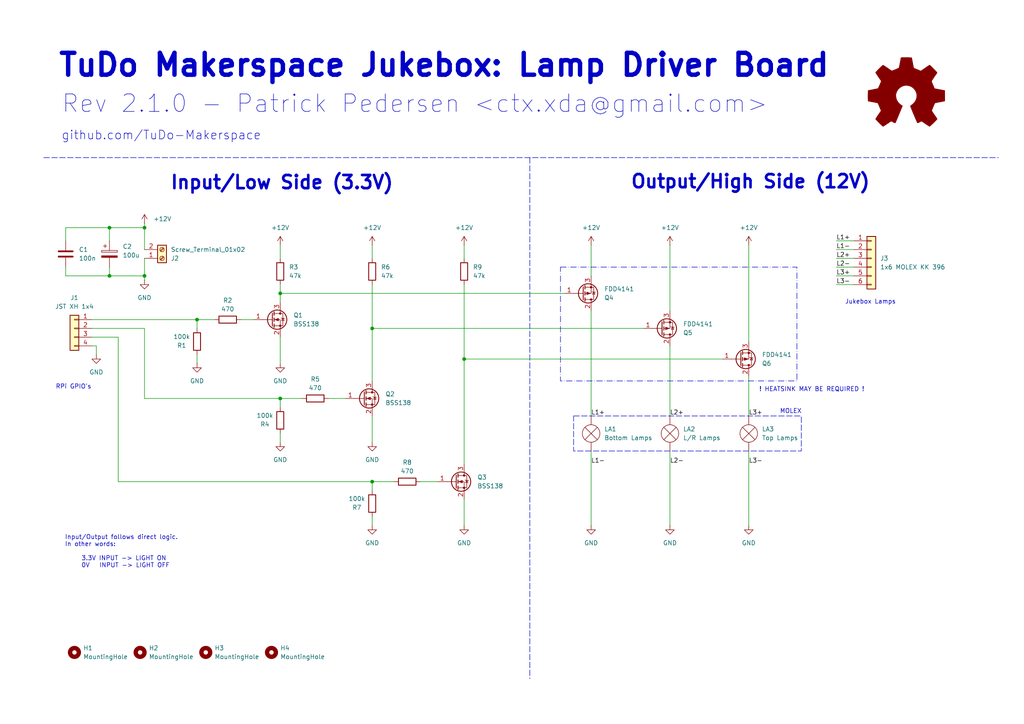
<source format=kicad_sch>
(kicad_sch (version 20250114) (generator "eeschema") (generator_version "9.0")
  (paper "A4")
  (title_block (title "Jukebox Lamp Driver Board") (date "2024-10-14") (rev "v1.0.0") (company "TuDo Makerspace"))
  (lib_symbols
    (symbol "Connector:Screw_Terminal_01x02" (pin_names (offset 1.016) (hide yes))
      (property "Reference" "J" (at 0 2.54 0))
      (property "Value" "Screw_Terminal_01x02" (at 0 -5.08 0))
      (symbol "Screw_Terminal_01x02_1_1"
        (rectangle (start -1.27 1.27) (end 1.27 -3.81) (stroke (width 0.254)) (fill (type background)))
        (polyline (pts (xy -0.5334 0.3302) (xy 0.3302 -0.508)) (stroke (width 0.1524)))
        (polyline (pts (xy -0.5334 -2.2098) (xy 0.3302 -3.048)) (stroke (width 0.1524)))
        (polyline (pts (xy -0.3556 0.508) (xy 0.508 -0.3302)) (stroke (width 0.1524)))
        (polyline (pts (xy -0.3556 -2.032) (xy 0.508 -2.8702)) (stroke (width 0.1524)))
        (circle (center 0 0) (radius 0.635) (stroke (width 0.1524)))
        (circle (center 0 -2.54) (radius 0.635) (stroke (width 0.1524)))
        (pin passive line (at -5.08 0 0) (length 3.81) (name "Pin_1") (number "1"))
        (pin passive line (at -5.08 -2.54 0) (length 3.81) (name "Pin_2") (number "2"))
      )
    )
    (symbol "Connector_Generic:Conn_01x04" (pin_names (offset 1.016) (hide yes))
      (property "Reference" "J" (at 0 5.08 0))
      (property "Value" "Conn_01x04" (at 0 -7.62 0))
      (symbol "Conn_01x04_1_1"
        (rectangle (start -1.27 3.81) (end 1.27 -6.35) (stroke (width 0.254)) (fill (type background)))
        (rectangle (start -1.27 2.667) (end 0 2.413) (stroke (width 0.1524)))
        (rectangle (start -1.27 0.127) (end 0 -0.127) (stroke (width 0.1524)))
        (rectangle (start -1.27 -2.413) (end 0 -2.667) (stroke (width 0.1524)))
        (rectangle (start -1.27 -4.953) (end 0 -5.207) (stroke (width 0.1524)))
        (pin passive line (at -5.08 2.54 0) (length 3.81) (name "Pin_1") (number "1"))
        (pin passive line (at -5.08 0 0) (length 3.81) (name "Pin_2") (number "2"))
        (pin passive line (at -5.08 -2.54 0) (length 3.81) (name "Pin_3") (number "3"))
        (pin passive line (at -5.08 -5.08 0) (length 3.81) (name "Pin_4") (number "4"))
      )
    )
    (symbol "Connector_Generic:Conn_01x06" (pin_names (offset 1.016) (hide yes))
      (property "Reference" "J" (at 0 7.62 0))
      (property "Value" "Conn_01x06" (at 0 -10.16 0))
      (symbol "Conn_01x06_1_1"
        (rectangle (start -1.27 6.35) (end 1.27 -8.89) (stroke (width 0.254)) (fill (type background)))
        (rectangle (start -1.27 5.207) (end 0 4.953) (stroke (width 0.1524)))
        (rectangle (start -1.27 2.667) (end 0 2.413) (stroke (width 0.1524)))
        (rectangle (start -1.27 0.127) (end 0 -0.127) (stroke (width 0.1524)))
        (rectangle (start -1.27 -2.413) (end 0 -2.667) (stroke (width 0.1524)))
        (rectangle (start -1.27 -4.953) (end 0 -5.207) (stroke (width 0.1524)))
        (rectangle (start -1.27 -7.493) (end 0 -7.747) (stroke (width 0.1524)))
        (pin passive line (at -5.08 5.08 0) (length 3.81) (name "Pin_1") (number "1"))
        (pin passive line (at -5.08 2.54 0) (length 3.81) (name "Pin_2") (number "2"))
        (pin passive line (at -5.08 0 0) (length 3.81) (name "Pin_3") (number "3"))
        (pin passive line (at -5.08 -2.54 0) (length 3.81) (name "Pin_4") (number "4"))
        (pin passive line (at -5.08 -5.08 0) (length 3.81) (name "Pin_5") (number "5"))
        (pin passive line (at -5.08 -7.62 0) (length 3.81) (name "Pin_6") (number "6"))
      )
    )
    (symbol "Device:C" (pin_numbers (hide yes)) (pin_names (offset 0.254))
      (property "Reference" "C" (at 0.635 2.54 0))
      (property "Value" "C" (at 0.635 -2.54 0))
      (symbol "C_0_1"
        (polyline (pts (xy -2.032 0.762) (xy 2.032 0.762)) (stroke (width 0.508)))
        (polyline (pts (xy -2.032 -0.762) (xy 2.032 -0.762)) (stroke (width 0.508)))
      )
      (symbol "C_1_1"
        (pin passive line (at 0 3.81 270) (length 2.794) (name "~") (number "1"))
        (pin passive line (at 0 -3.81 90) (length 2.794) (name "~") (number "2"))
      )
    )
    (symbol "Device:C_Polarized" (pin_numbers (hide yes)) (pin_names (offset 0.254))
      (property "Reference" "C" (at 0.635 2.54 0))
      (property "Value" "C_Polarized" (at 0.635 -2.54 0))
      (symbol "C_Polarized_0_1"
        (rectangle (start -2.286 0.508) (end 2.286 1.016))
        (polyline (pts (xy -1.778 2.286) (xy -0.762 2.286)))
        (polyline (pts (xy -1.27 2.794) (xy -1.27 1.778)))
        (rectangle (start 2.286 -0.508) (end -2.286 -1.016) (fill (type outline)))
      )
      (symbol "C_Polarized_1_1"
        (pin passive line (at 0 3.81 270) (length 2.794) (name "~") (number "1"))
        (pin passive line (at 0 -3.81 90) (length 2.794) (name "~") (number "2"))
      )
    )
    (symbol "Device:Lamp" (pin_numbers (hide yes)) (pin_names (offset 0.0254) (hide yes))
      (property "Reference" "LA" (at 0.635 3.81 0))
      (property "Value" "Lamp" (at 0.635 -3.81 0))
      (symbol "Lamp_0_1"
        (polyline (pts (xy -1.778 1.778) (xy 1.778 -1.778)))
        (circle (center 0 0) (radius 2.54))
        (polyline (pts (xy 1.778 1.778) (xy -1.778 -1.778)))
      )
      (symbol "Lamp_1_1"
        (pin passive line (at 0 5.08 270) (length 2.54) (name "+") (number "2"))
        (pin passive line (at 0 -5.08 90) (length 2.54) (name "-") (number "1"))
      )
    )
    (symbol "Device:Q_PMOS_GDS" (pin_names (offset 0) (hide yes))
      (property "Reference" "Q" (at 5.08 1.27 0))
      (property "Value" "Q_PMOS_GDS" (at 5.08 -1.27 0))
      (symbol "Q_PMOS_GDS_0_1"
        (polyline (pts (xy 0.254 1.905) (xy 0.254 -1.905)) (stroke (width 0.254)))
        (polyline (pts (xy 0.254 0) (xy -2.54 0)))
        (polyline (pts (xy 0.762 2.286) (xy 0.762 1.27)) (stroke (width 0.254)))
        (polyline (pts (xy 0.762 1.778) (xy 3.302 1.778) (xy 3.302 -1.778) (xy 0.762 -1.778)))
        (polyline (pts (xy 0.762 0.508) (xy 0.762 -0.508)) (stroke (width 0.254)))
        (polyline (pts (xy 0.762 -1.27) (xy 0.762 -2.286)) (stroke (width 0.254)))
        (circle (center 1.651 0) (radius 2.794) (stroke (width 0.254)))
        (polyline (pts (xy 2.286 0) (xy 1.27 0.381) (xy 1.27 -0.381) (xy 2.286 0)) (fill (type outline)))
        (polyline (pts (xy 2.54 2.54) (xy 2.54 1.778)))
        (circle (center 2.54 1.778) (radius 0.254) (fill (type outline)))
        (circle (center 2.54 -1.778) (radius 0.254) (fill (type outline)))
        (polyline (pts (xy 2.54 -2.54) (xy 2.54 0) (xy 0.762 0)))
        (polyline (pts (xy 2.794 -0.508) (xy 2.921 -0.381) (xy 3.683 -0.381) (xy 3.81 -0.254)))
        (polyline (pts (xy 3.302 -0.381) (xy 2.921 0.254) (xy 3.683 0.254) (xy 3.302 -0.381)))
      )
      (symbol "Q_PMOS_GDS_1_1"
        (pin input line (at -5.08 0 0) (length 2.54) (name "G") (number "1"))
        (pin passive line (at 2.54 5.08 270) (length 2.54) (name "D") (number "2"))
        (pin passive line (at 2.54 -5.08 90) (length 2.54) (name "S") (number "3"))
      )
    )
    (symbol "Device:R" (pin_numbers (hide yes)) (pin_names (offset 0))
      (property "Reference" "R" (at 2.032 0 90))
      (property "Value" "R" (at 0 0 90))
      (symbol "R_0_1"
        (rectangle (start -1.016 -2.54) (end 1.016 2.54) (stroke (width 0.254)))
      )
      (symbol "R_1_1"
        (pin passive line (at 0 3.81 270) (length 1.27) (name "~") (number "1"))
        (pin passive line (at 0 -3.81 90) (length 1.27) (name "~") (number "2"))
      )
    )
    (symbol "Graphic:Logo_Open_Hardware_Large" (in_bom no) (on_board no)
      (symbol "Logo_Open_Hardware_Large_1_1"
        (polyline (pts (xy 6.731 -8.7122) (xy 6.6294 -8.6614) (xy 6.35 -8.4836) (xy 5.9944 -8.255) (xy 5.5372 -7.9502) (xy 5.1054 -7.6454) (xy 4.7498 -7.4168) (xy 4.4958 -7.239) (xy 4.3942 -7.1882) (xy 4.318 -7.2136) (xy 4.1148 -7.3152) (xy 3.81 -7.4676) (xy 3.6322 -7.5692) (xy 3.3528 -7.6708) (xy 3.2258 -7.6962) (xy 3.2004 -7.6708) (xy 3.0988 -7.4676) (xy 2.9464 -7.0866) (xy 2.7178 -6.604) (xy 2.4892 -6.0452) (xy 2.2352 -5.4356) (xy 1.9558 -4.826) (xy 1.7272 -4.2164) (xy 1.4986 -3.683) (xy 1.3208 -3.2512) (xy 1.2192 -2.9464) (xy 1.1684 -2.8194) (xy 1.1938 -2.794) (xy 1.3208 -2.667) (xy 1.5748 -2.4892) (xy 2.0828 -2.0574) (xy 2.6162 -1.397) (xy 2.921 -0.6604) (xy 3.048 0.1524) (xy 2.9464 0.9144) (xy 2.6416 1.6256) (xy 2.1336 2.286) (xy 1.524 2.7686) (xy 0.8128 3.0734) (xy 0 3.175) (xy -0.762 3.0988) (xy -1.4986 2.794) (xy -2.159 2.286) (xy -2.4384 1.9812) (xy -2.8194 1.3208) (xy -3.048 0.6096) (xy -3.0734 0.4318) (xy -3.0226 -0.3556) (xy -2.794 -1.0922) (xy -2.3876 -1.7526) (xy -1.8288 -2.3114) (xy -1.7526 -2.3622) (xy -1.4732 -2.5654) (xy -1.2954 -2.6924) (xy -1.1684 -2.8194) (xy -2.159 -5.207) (xy -2.3114 -5.588) (xy -2.5908 -6.2484) (xy -2.8194 -6.8072) (xy -3.0226 -7.2644) (xy -3.1496 -7.5692) (xy -3.2258 -7.6708) (xy -3.2258 -7.6962) (xy -3.302 -7.6962) (xy -3.4798 -7.6454) (xy -3.8354 -7.4676) (xy -4.0386 -7.366) (xy -4.2926 -7.239) (xy -4.4196 -7.1882) (xy -4.5212 -7.239) (xy -4.7498 -7.3914) (xy -5.1054 -7.6454) (xy -5.5372 -7.9248) (xy -5.9436 -8.2042) (xy -6.3246 -8.4582) (xy -6.604 -8.636) (xy -6.731 -8.7122) (xy -6.7564 -8.7122) (xy -6.858 -8.636) (xy -7.0866 -8.4582) (xy -7.4168 -8.1534) (xy -7.874 -7.6962) (xy -7.9502 -7.62) (xy -8.3312 -7.239) (xy -8.636 -6.9088) (xy -8.8392 -6.6802) (xy -8.9154 -6.5786) (xy -8.9154 -6.5786) (xy -8.8392 -6.4516) (xy -8.6614 -6.1722) (xy -8.4328 -5.7912) (xy -8.128 -5.3594) (xy -7.3152 -4.191) (xy -7.7724 -3.0988) (xy -7.8994 -2.7686) (xy -8.0772 -2.3622) (xy -8.2042 -2.0828) (xy -8.255 -1.9558) (xy -8.382 -1.905) (xy -8.6614 -1.8542) (xy -9.0932 -1.7526) (xy -9.6266 -1.651) (xy -10.1092 -1.5748) (xy -10.541 -1.4732) (xy -10.8712 -1.4224) (xy -11.0236 -1.397) (xy -11.049 -1.3716) (xy -11.0744 -1.2954) (xy -11.0998 -1.143) (xy -11.0998 -0.889) (xy -11.1252 -0.4572) (xy -11.1252 0.1524) (xy -11.1252 0.2286) (xy -11.0998 0.8128) (xy -11.0998 1.27) (xy -11.0744 1.5494) (xy -11.0744 1.6764) (xy -11.0744 1.6764) (xy -10.922 1.7018) (xy -10.6172 1.778) (xy -10.16 1.8542) (xy -9.652 1.9558) (xy -9.6012 1.9812) (xy -9.0932 2.0828) (xy -8.636 2.159) (xy -8.3312 2.2352) (xy -8.2042 2.286) (xy -8.1788 2.3114) (xy -8.0772 2.5146) (xy -7.9248 2.8448) (xy -7.747 3.2512) (xy -7.5692 3.6576) (xy -7.4168 4.0386) (xy -7.3152 4.318) (xy -7.2898 4.445) (xy -7.2898 4.445) (xy -7.366 4.572) (xy -7.5438 4.826) (xy -7.7978 5.207) (xy -8.128 5.6642) (xy -8.128 5.6896) (xy -8.4328 6.1468) (xy -8.6868 6.5278) (xy -8.8392 6.7818) (xy -8.9154 6.9088) (xy -8.9154 6.9088) (xy -8.8138 7.0358) (xy -8.5852 7.2898) (xy -8.255 7.6454) (xy -7.874 8.0264) (xy -7.747 8.1534) (xy -7.3152 8.5852) (xy -7.0104 8.8646) (xy -6.8326 8.9916) (xy -6.731 9.0424) (xy -6.731 9.0424) (xy -6.604 8.9408) (xy -6.3246 8.763) (xy -5.9436 8.509) (xy -5.4864 8.2042) (xy -5.461 8.1788) (xy -5.0038 7.874) (xy -4.6482 7.62) (xy -4.3688 7.4422) (xy -4.2672 7.3914) (xy -4.2418 7.3914) (xy -4.064 7.4422) (xy -3.7338 7.5438) (xy -3.3528 7.6962) (xy -2.9464 7.874) (xy -2.5654 8.0264) (xy -2.286 8.1534) (xy -2.159 8.2296) (xy -2.159 8.2296) (xy -2.1082 8.382) (xy -2.032 8.7122) (xy -1.9304 9.1694) (xy -1.8288 9.7282) (xy -1.8034 9.8044) (xy -1.7018 10.3378) (xy -1.6256 10.7696) (xy -1.5748 11.0744) (xy -1.524 11.2014) (xy -1.4478 11.2268) (xy -1.1938 11.2522) (xy -0.8128 11.2522) (xy -0.3302 11.2522) (xy 0.1524 11.2522) (xy 0.6604 11.2522) (xy 1.0668 11.2268) (xy 1.3716 11.2014) (xy 1.4986 11.176) (xy 1.4986 11.176) (xy 1.5494 11.0236) (xy 1.6256 10.6934) (xy 1.7018 10.2108) (xy 1.8288 9.6774) (xy 1.8288 9.5758) (xy 1.9304 9.0424) (xy 2.032 8.6106) (xy 2.0828 8.3058) (xy 2.1336 8.2042) (xy 2.159 8.1788) (xy 2.3876 8.0772) (xy 2.7432 7.9248) (xy 3.175 7.747) (xy 4.191 7.3406) (xy 5.461 8.2042) (xy 5.5626 8.2804) (xy 6.0198 8.5852) (xy 6.3754 8.8392) (xy 6.6294 8.9916) (xy 6.7564 9.0424) (xy 6.7564 9.0424) (xy 6.8834 8.9408) (xy 7.1374 8.7122) (xy 7.4676 8.382) (xy 7.8486 7.9756) (xy 8.1534 7.6962) (xy 8.4836 7.3406) (xy 8.7122 7.112) (xy 8.8392 6.9596) (xy 8.8646 6.858) (xy 8.8646 6.8072) (xy 8.7884 6.6802) (xy 8.6106 6.4008) (xy 8.3312 6.0198) (xy 8.0264 5.588) (xy 7.7978 5.207) (xy 7.5184 4.8006) (xy 7.3406 4.4958) (xy 7.2898 4.3434) (xy 7.2898 4.2926) (xy 7.3914 4.0386) (xy 7.5184 3.683) (xy 7.7216 3.2258) (xy 8.1534 2.2352) (xy 8.7884 2.1082) (xy 9.1948 2.0574) (xy 9.7536 1.9304) (xy 10.2616 1.8288) (xy 11.0998 1.6764) (xy 11.1252 -1.3208) (xy 10.9982 -1.3716) (xy 10.8712 -1.397) (xy 10.5664 -1.4732) (xy 10.1346 -1.5494) (xy 9.6266 -1.651) (xy 9.1948 -1.7272) (xy 8.7376 -1.8288) (xy 8.4328 -1.8796) (xy 8.2804 -1.905) (xy 8.255 -1.9558) (xy 8.1534 -2.159) (xy 7.9756 -2.5146) (xy 7.8232 -2.921) (xy 7.6454 -3.3274) (xy 7.493 -3.7338) (xy 7.366 -4.0132) (xy 7.3406 -4.191) (xy 7.3914 -4.2926) (xy 7.5692 -4.5466) (xy 7.7978 -4.9276) (xy 8.1026 -5.3594) (xy 8.4074 -5.7912) (xy 8.6614 -6.1722) (xy 8.8138 -6.4262) (xy 8.89 -6.5532) (xy 8.8646 -6.6548) (xy 8.6868 -6.858) (xy 8.3566 -7.1882) (xy 7.874 -7.6708) (xy 7.7978 -7.747) (xy 7.3914 -8.128) (xy 7.0612 -8.4328) (xy 6.8326 -8.636) (xy 6.731 -8.7122)) (fill (type outline)))
      )
    )
    (symbol "Mechanical:MountingHole" (pin_names (offset 1.016)) (exclude_from_sim yes) (in_bom no)
      (property "Reference" "H" (at 0 5.08 0))
      (property "Value" "MountingHole" (at 0 3.175 0))
      (symbol "MountingHole_0_1"
        (circle (center 0 0) (radius 1.27) (stroke (width 1.27)))
      )
    )
    (symbol "Transistor_FET:BSS138" (pin_names (hide yes))
      (property "Reference" "Q" (at 5.08 1.905 0))
      (property "Value" "BSS138" (at 5.08 0 0))
      (symbol "BSS138_0_1"
        (polyline (pts (xy 0.254 1.905) (xy 0.254 -1.905)) (stroke (width 0.254)))
        (polyline (pts (xy 0.254 0) (xy -2.54 0)))
        (polyline (pts (xy 0.762 2.286) (xy 0.762 1.27)) (stroke (width 0.254)))
        (polyline (pts (xy 0.762 0.508) (xy 0.762 -0.508)) (stroke (width 0.254)))
        (polyline (pts (xy 0.762 -1.27) (xy 0.762 -2.286)) (stroke (width 0.254)))
        (polyline (pts (xy 0.762 -1.778) (xy 3.302 -1.778) (xy 3.302 1.778) (xy 0.762 1.778)))
        (polyline (pts (xy 1.016 0) (xy 2.032 0.381) (xy 2.032 -0.381) (xy 1.016 0)) (fill (type outline)))
        (circle (center 1.651 0) (radius 2.794) (stroke (width 0.254)))
        (polyline (pts (xy 2.54 2.54) (xy 2.54 1.778)))
        (circle (center 2.54 1.778) (radius 0.254) (fill (type outline)))
        (circle (center 2.54 -1.778) (radius 0.254) (fill (type outline)))
        (polyline (pts (xy 2.54 -2.54) (xy 2.54 0) (xy 0.762 0)))
        (polyline (pts (xy 2.794 0.508) (xy 2.921 0.381) (xy 3.683 0.381) (xy 3.81 0.254)))
        (polyline (pts (xy 3.302 0.381) (xy 2.921 -0.254) (xy 3.683 -0.254) (xy 3.302 0.381)))
      )
      (symbol "BSS138_1_1"
        (pin input line (at -5.08 0 0) (length 2.54) (name "G") (number "1"))
        (pin passive line (at 2.54 5.08 270) (length 2.54) (name "D") (number "3"))
        (pin passive line (at 2.54 -5.08 90) (length 2.54) (name "S") (number "2"))
      )
    )
    (symbol "power:+12V" (power) (pin_numbers (hide yes)) (pin_names (offset 0) (hide yes))
      (property "Value" "+12V" (at 0 3.556 0))
      (symbol "+12V_0_1"
        (polyline (pts (xy -0.762 1.27) (xy 0 2.54)))
        (polyline (pts (xy 0 2.54) (xy 0.762 1.27)))
        (polyline (pts (xy 0 0) (xy 0 2.54)))
      )
      (symbol "+12V_1_1"
        (pin power_in line (at 0 0 90) (length 0) (name "~") (number "1"))
      )
    )
    (symbol "power:+24V" (power) (pin_numbers (hide yes)) (pin_names (offset 0) (hide yes))
      (property "Value" "+24V" (at 0 3.556 0))
      (symbol "+24V_0_1"
        (polyline (pts (xy -0.762 1.27) (xy 0 2.54)))
        (polyline (pts (xy 0 2.54) (xy 0.762 1.27)))
        (polyline (pts (xy 0 0) (xy 0 2.54)))
      )
      (symbol "+24V_1_1"
        (pin power_in line (at 0 0 90) (length 0) (name "~") (number "1"))
      )
    )
    (symbol "power:GND" (power) (pin_numbers (hide yes)) (pin_names (offset 0) (hide yes))
      (property "Value" "GND" (at 0 -3.81 0))
      (symbol "GND_0_1"
        (polyline (pts (xy 0 0) (xy 0 -1.27) (xy 1.27 -1.27) (xy 0 -2.54) (xy -1.27 -1.27) (xy 0 -1.27)))
      )
      (symbol "GND_1_1"
        (pin power_in line (at 0 0 270) (length 0) (name "~") (number "1"))
      )
    )
  )
  (rectangle (start 162.56 77.47) (end 231.14 110.49) (stroke (width 0) (type dash_dot)))
  (rectangle (start 166.37 120.65) (end 232.41 130.81) (stroke (width 0) (type dash)))
  (text "Input/Output follows direct logic.\nIn other words:\n\n	3.3V INPUT -> LIGHT ON\n	0V   INPUT -> LIGHT OFF" (at 18.796 160.02 0) (effects (font (size 1.27 1.27)) (justify left)))
  (text "Jukebox Lamps" (at 252.476 87.63 0) (effects (font (size 1.27 1.27))))
  (text "MOLEX" (at 229.362 119.38 0) (effects (font (size 1.27 1.27))))
  (text "Rev 2.1.0 - Patrick Pedersen <ctx.xda@gmail.com>" (at 17.78 30.226 0) (effects (font (size 5.08 5.08)) (justify left)))
  (text "Input/Low Side (3.3V)" (at 81.788 53.086 0) (effects (font (size 3.81 3.81) (thickness 0.762) (bold yes))))
  (text "! HEATSINK MAY BE REQUIRED !" (at 235.458 113.03 0) (effects (font (size 1.27 1.27))))
  (text "github.com/TuDo-Makerspace" (at 17.78 39.37 0) (effects (font (size 2.54 2.54)) (justify left)))
  (text "Output/High Side (12V)" (at 217.678 52.832 0) (effects (font (size 3.81 3.81) (thickness 0.762) (bold yes))))
  (text "RPi GPIO's" (at 21.336 112.268 0) (effects (font (size 1.27 1.27))))
  (text "TuDo Makerspace Jukebox: Lamp Driver Board" (at 16.51 19.05 0) (effects (font (size 6.35 6.35) (thickness 1.27) (bold yes)) (justify left)))
  (junction (at 41.91 66.04))
  (junction (at 134.62 104.14))
  (junction (at 57.15 92.71))
  (junction (at 31.75 80.01))
  (junction (at 81.28 85.09))
  (junction (at 31.75 66.04))
  (junction (at 41.91 80.01))
  (junction (at 107.95 139.7))
  (junction (at 81.28 115.57))
  (junction (at 107.95 95.25))
  (wire (pts (xy 217.17 130.81) (xy 217.17 152.4)))
  (wire (pts (xy 194.31 130.81) (xy 194.31 152.4)))
  (wire (pts (xy 242.57 77.47) (xy 247.65 77.47)))
  (wire (pts (xy 57.15 102.87) (xy 57.15 105.41)))
  (wire (pts (xy 19.05 80.01) (xy 19.05 77.47)))
  (wire (pts (xy 194.31 71.12) (xy 194.31 90.17)))
  (wire (pts (xy 107.95 120.65) (xy 107.95 128.27)))
  (wire (pts (xy 57.15 92.71) (xy 26.67 92.71)))
  (wire (pts (xy 242.57 82.55) (xy 247.65 82.55)))
  (wire (pts (xy 171.45 71.12) (xy 171.45 80.01)))
  (wire (pts (xy 41.91 74.93) (xy 41.91 80.01)))
  (wire (pts (xy 121.92 139.7) (xy 127 139.7)))
  (wire (pts (xy 81.28 115.57) (xy 41.91 115.57)))
  (wire (pts (xy 41.91 66.04) (xy 31.75 66.04)))
  (wire (pts (xy 26.67 95.25) (xy 41.91 95.25)))
  (wire (pts (xy 81.28 82.55) (xy 81.28 85.09)))
  (wire (pts (xy 217.17 109.22) (xy 217.17 120.65)))
  (wire (pts (xy 27.94 100.33) (xy 27.94 102.87)))
  (wire (pts (xy 41.91 80.01) (xy 41.91 81.28)))
  (wire (pts (xy 114.3 139.7) (xy 107.95 139.7)))
  (wire (pts (xy 134.62 71.12) (xy 134.62 74.93)))
  (wire (pts (xy 194.31 100.33) (xy 194.31 120.65)))
  (wire (pts (xy 69.85 92.71) (xy 73.66 92.71)))
  (wire (pts (xy 41.91 80.01) (xy 31.75 80.01)))
  (wire (pts (xy 107.95 82.55) (xy 107.95 95.25)))
  (wire (pts (xy 81.28 71.12) (xy 81.28 74.93)))
  (polyline (pts (xy 153.67 45.72) (xy 153.67 196.85)) (stroke (width 0) (type dash)))
  (wire (pts (xy 81.28 115.57) (xy 81.28 118.11)))
  (wire (pts (xy 134.62 82.55) (xy 134.62 104.14)))
  (wire (pts (xy 81.28 97.79) (xy 81.28 105.41)))
  (wire (pts (xy 107.95 71.12) (xy 107.95 74.93)))
  (wire (pts (xy 242.57 72.39) (xy 247.65 72.39)))
  (wire (pts (xy 31.75 66.04) (xy 31.75 69.85)))
  (wire (pts (xy 34.29 139.7) (xy 34.29 97.79)))
  (wire (pts (xy 81.28 85.09) (xy 81.28 87.63)))
  (wire (pts (xy 107.95 139.7) (xy 107.95 142.24)))
  (wire (pts (xy 41.91 64.77) (xy 41.91 66.04)))
  (wire (pts (xy 107.95 139.7) (xy 34.29 139.7)))
  (wire (pts (xy 242.57 69.85) (xy 247.65 69.85)))
  (wire (pts (xy 107.95 149.86) (xy 107.95 152.4)))
  (wire (pts (xy 134.62 144.78) (xy 134.62 152.4)))
  (wire (pts (xy 81.28 85.09) (xy 163.83 85.09)))
  (wire (pts (xy 134.62 104.14) (xy 134.62 134.62)))
  (wire (pts (xy 87.63 115.57) (xy 81.28 115.57)))
  (polyline (pts (xy 12.7 45.72) (xy 289.56 45.72)) (stroke (width 0) (type dash)))
  (wire (pts (xy 81.28 125.73) (xy 81.28 128.27)))
  (wire (pts (xy 134.62 104.14) (xy 209.55 104.14)))
  (wire (pts (xy 171.45 130.81) (xy 171.45 152.4)))
  (wire (pts (xy 57.15 92.71) (xy 57.15 95.25)))
  (wire (pts (xy 41.91 115.57) (xy 41.91 95.25)))
  (wire (pts (xy 171.45 90.17) (xy 171.45 120.65)))
  (wire (pts (xy 62.23 92.71) (xy 57.15 92.71)))
  (wire (pts (xy 31.75 77.47) (xy 31.75 80.01)))
  (wire (pts (xy 19.05 66.04) (xy 19.05 69.85)))
  (wire (pts (xy 95.25 115.57) (xy 100.33 115.57)))
  (wire (pts (xy 107.95 95.25) (xy 107.95 110.49)))
  (wire (pts (xy 31.75 80.01) (xy 19.05 80.01)))
  (wire (pts (xy 217.17 71.12) (xy 217.17 99.06)))
  (wire (pts (xy 31.75 66.04) (xy 19.05 66.04)))
  (wire (pts (xy 27.94 100.33) (xy 26.67 100.33)))
  (wire (pts (xy 107.95 95.25) (xy 186.69 95.25)))
  (wire (pts (xy 41.91 66.04) (xy 41.91 72.39)))
  (wire (pts (xy 242.57 74.93) (xy 247.65 74.93)))
  (wire (pts (xy 242.57 80.01) (xy 247.65 80.01)))
  (wire (pts (xy 26.67 97.79) (xy 34.29 97.79)))
  (label "L1+" (at 242.57 69.85 0))
  (label "L3-" (at 242.57 82.55 0))
  (label "L1-" (at 171.45 134.62 0))
  (label "L2-" (at 194.31 134.62 0))
  (label "L3-" (at 217.17 134.62 0))
  (label "L2+" (at 194.31 120.65 0))
  (label "L1-" (at 242.57 72.39 0))
  (label "L3+" (at 217.17 120.65 0))
  (label "L2+" (at 242.57 74.93 0))
  (label "L3+" (at 242.57 80.01 0))
  (label "L2-" (at 242.57 77.47 0))
  (label "L1+" (at 171.45 120.65 0))
  (symbol (lib_id "power:GND") (at 41.91 81.28 0) (unit 1)
    (property "Reference" "#PWR03" (effects (hide yes)))
    (property "Value" "GND" (at 41.91 86.36 0))
    (property "Description" "Power symbol creates a global label with name \"GND\" , ground" (effects (hide yes)))
  )
  (symbol (lib_id "power:GND") (at 81.28 128.27 0) (unit 1)
    (property "Reference" "#PWR07" (effects (hide yes)))
    (property "Value" "GND" (at 81.28 133.35 0))
    (property "Description" "Power symbol creates a global label with name \"GND\" , ground" (effects (hide yes)))
  )
  (symbol (lib_id "Connector_Generic:Conn_01x04") (at 21.59 95.25 0) (mirror y) (unit 1)
    (property "Reference" "J1" (at 21.59 86.36 0))
    (property "Value" "JST XH 1x4" (at 21.59 88.9 0))
    (property "Footprint" "Connector_JST:JST_XH_B4B-XH-A_1x04_P2.50mm_Vertical" (effects (hide yes)))
    (property "Description" "Generic connector, single row, 01x04, script generated (kicad-library-utils/schlib/autogen/connector/)" (effects (hide yes)))
  )
  (symbol (lib_id "Mechanical:MountingHole") (at 59.69 189.23 0) (unit 1) (exclude_from_sim yes) (in_bom no)
    (property "Reference" "H3" (at 62.23 187.9599 0) (effects (justify left)))
    (property "Value" "MountingHole" (at 62.23 190.4999 0) (effects (justify left)))
    (property "Footprint" "MountingHole:MountingHole_3.2mm_M3" (effects (hide yes)))
    (property "Description" "Mounting Hole without connection" (effects (hide yes)))
  )
  (symbol (lib_id "Device:R") (at 81.28 78.74 0) (unit 1)
    (property "Reference" "R3" (at 83.82 77.4699 0) (effects (justify left)))
    (property "Value" "47k" (at 83.82 80.0099 0) (effects (justify left)))
    (property "Footprint" "Resistor_SMD:R_1206_3216Metric_Pad1.30x1.75mm_HandSolder" (effects (hide yes)))
    (property "Description" "Resistor" (effects (hide yes)))
  )
  (symbol (lib_id "Device:R") (at 66.04 92.71 270) (unit 1)
    (property "Reference" "R2" (at 66.04 87.122 90))
    (property "Value" "470" (at 66.04 89.662 90))
    (property "Footprint" "Resistor_SMD:R_1206_3216Metric_Pad1.30x1.75mm_HandSolder" (effects (hide yes)))
    (property "Description" "Resistor" (effects (hide yes)))
  )
  (symbol (lib_id "Device:R") (at 107.95 78.74 0) (unit 1)
    (property "Reference" "R6" (at 110.49 77.4699 0) (effects (justify left)))
    (property "Value" "47k" (at 110.49 80.0099 0) (effects (justify left)))
    (property "Footprint" "Resistor_SMD:R_1206_3216Metric_Pad1.30x1.75mm_HandSolder" (effects (hide yes)))
    (property "Description" "Resistor" (effects (hide yes)))
  )
  (symbol (lib_id "power:+12V") (at 171.45 71.12 0) (unit 1)
    (property "Reference" "#PWR013" (effects (hide yes)))
    (property "Value" "+12V" (at 171.45 66.04 0))
    (property "Description" "Power symbol creates a global label with name \"+12V\"" (effects (hide yes)))
  )
  (symbol (lib_id "Device:R") (at 107.95 146.05 0) (unit 1)
    (property "Reference" "R7" (at 103.505 147.193 0))
    (property "Value" "100k" (at 103.505 144.653 0))
    (property "Footprint" "Resistor_SMD:R_1206_3216Metric_Pad1.30x1.75mm_HandSolder" (effects (hide yes)))
    (property "Description" "Resistor" (effects (hide yes)))
  )
  (symbol (lib_id "Device:R") (at 81.28 121.92 0) (unit 1)
    (property "Reference" "R4" (at 76.835 123.063 0))
    (property "Value" "100k" (at 76.835 120.523 0))
    (property "Footprint" "Resistor_SMD:R_1206_3216Metric_Pad1.30x1.75mm_HandSolder" (effects (hide yes)))
    (property "Description" "Resistor" (effects (hide yes)))
  )
  (symbol (lib_id "power:GND") (at 134.62 152.4 0) (unit 1)
    (property "Reference" "#PWR012" (effects (hide yes)))
    (property "Value" "GND" (at 134.62 157.48 0))
    (property "Description" "Power symbol creates a global label with name \"GND\" , ground" (effects (hide yes)))
  )
  (symbol (lib_id "power:+12V") (at 107.95 71.12 0) (unit 1)
    (property "Reference" "#PWR08" (effects (hide yes)))
    (property "Value" "+12V" (at 107.95 66.04 0))
    (property "Description" "Power symbol creates a global label with name \"+12V\"" (effects (hide yes)))
  )
  (symbol (lib_id "power:GND") (at 27.94 102.87 0) (unit 1)
    (property "Reference" "#PWR01" (effects (hide yes)))
    (property "Value" "GND" (at 27.94 107.95 0))
    (property "Description" "Power symbol creates a global label with name \"GND\" , ground" (effects (hide yes)))
  )
  (symbol (lib_id "Device:R") (at 118.11 139.7 270) (unit 1)
    (property "Reference" "R8" (at 118.11 134.112 90))
    (property "Value" "470" (at 118.11 136.652 90))
    (property "Footprint" "Resistor_SMD:R_1206_3216Metric_Pad1.30x1.75mm_HandSolder" (effects (hide yes)))
    (property "Description" "Resistor" (effects (hide yes)))
  )
  (symbol (lib_id "power:+24V") (at 41.91 64.77 0) (unit 1)
    (property "Reference" "#PWR02" (effects (hide yes)))
    (property "Value" "+12V" (at 44.45 63.4999 0) (effects (justify left)))
    (property "Description" "Power symbol creates a global label with name \"+24V\"" (effects (hide yes)))
  )
  (symbol (lib_id "Connector_Generic:Conn_01x06") (at 252.73 74.93 0) (unit 1)
    (property "Reference" "J3" (at 255.27 74.9299 0) (effects (justify left)))
    (property "Value" "1x6 MOLEX KK 396" (at 255.27 77.4699 0) (effects (justify left)))
    (property "Footprint" "Connector_Molex:Molex_KK-396_5273-06A_1x06_P3.96mm_Vertical" (effects (hide yes)))
    (property "Description" "Generic connector, single row, 01x06, script generated (kicad-library-utils/schlib/autogen/connector/)" (effects (hide yes)))
  )
  (symbol (lib_id "Transistor_FET:BSS138") (at 105.41 115.57 0) (unit 1)
    (property "Reference" "Q2" (at 111.76 114.2999 0) (effects (justify left)))
    (property "Value" "BSS138" (at 111.76 116.8399 0) (effects (justify left)))
    (property "Footprint" "Package_TO_SOT_SMD:SOT-23" (effects (hide yes)))
    (property "Datasheet" "https://www.onsemi.com/pub/Collateral/BSS138-D.PDF" (effects (hide yes)))
    (property "Description" "50V Vds, 0.22A Id, N-Channel MOSFET, SOT-23" (effects (hide yes)))
  )
  (symbol (lib_id "Device:Lamp") (at 194.31 125.73 180) (unit 1) (on_board no)
    (property "Reference" "LA2" (at 198.12 124.4599 0) (effects (justify right)))
    (property "Value" "L/R Lamps" (at 198.12 126.9999 0) (effects (justify right)))
    (property "Description" "Lamp" (effects (hide yes)))
  )
  (symbol (lib_id "Device:Q_PMOS_GDS") (at 191.77 95.25 0) (mirror x) (unit 1)
    (property "Reference" "Q5" (at 198.12 96.5201 0) (effects (justify left)))
    (property "Value" "FDD4141" (at 198.12 93.9801 0) (effects (justify left)))
    (property "Footprint" "Package_TO_SOT_SMD:TO-252-2" (effects (hide yes)))
    (property "Description" "P-MOSFET transistor, gate/drain/source" (effects (hide yes)))
    (property "Sim.Device" "PMOS" (effects (hide yes)))
    (property "Sim.Type" "VDMOS" (effects (hide yes)))
    (property "Sim.Pins" "1=D 2=G 3=S" (effects (hide yes)))
  )
  (symbol (lib_id "power:GND") (at 217.17 152.4 0) (unit 1)
    (property "Reference" "#PWR018" (effects (hide yes)))
    (property "Value" "GND" (at 217.17 157.48 0))
    (property "Description" "Power symbol creates a global label with name \"GND\" , ground" (effects (hide yes)))
  )
  (symbol (lib_id "Transistor_FET:BSS138") (at 132.08 139.7 0) (unit 1)
    (property "Reference" "Q3" (at 138.43 138.4299 0) (effects (justify left)))
    (property "Value" "BSS138" (at 138.43 140.9699 0) (effects (justify left)))
    (property "Footprint" "Package_TO_SOT_SMD:SOT-23" (effects (hide yes)))
    (property "Datasheet" "https://www.onsemi.com/pub/Collateral/BSS138-D.PDF" (effects (hide yes)))
    (property "Description" "50V Vds, 0.22A Id, N-Channel MOSFET, SOT-23" (effects (hide yes)))
  )
  (symbol (lib_id "power:+12V") (at 134.62 71.12 0) (unit 1)
    (property "Reference" "#PWR011" (effects (hide yes)))
    (property "Value" "+12V" (at 134.62 66.04 0))
    (property "Description" "Power symbol creates a global label with name \"+12V\"" (effects (hide yes)))
  )
  (symbol (lib_id "Mechanical:MountingHole") (at 21.59 189.23 0) (unit 1) (exclude_from_sim yes) (in_bom no)
    (property "Reference" "H1" (at 24.13 187.9599 0) (effects (justify left)))
    (property "Value" "MountingHole" (at 24.13 190.4999 0) (effects (justify left)))
    (property "Footprint" "MountingHole:MountingHole_3.2mm_M3" (effects (hide yes)))
    (property "Description" "Mounting Hole without connection" (effects (hide yes)))
  )
  (symbol (lib_id "Device:R") (at 91.44 115.57 270) (unit 1)
    (property "Reference" "R5" (at 91.44 109.982 90))
    (property "Value" "470" (at 91.44 112.522 90))
    (property "Footprint" "Resistor_SMD:R_1206_3216Metric_Pad1.30x1.75mm_HandSolder" (effects (hide yes)))
    (property "Description" "Resistor" (effects (hide yes)))
  )
  (symbol (lib_id "Device:R") (at 57.15 99.06 0) (unit 1)
    (property "Reference" "R1" (at 52.705 100.203 0))
    (property "Value" "100k" (at 52.705 97.663 0))
    (property "Footprint" "Resistor_SMD:R_1206_3216Metric_Pad1.30x1.75mm_HandSolder" (effects (hide yes)))
    (property "Description" "Resistor" (effects (hide yes)))
  )
  (symbol (lib_id "Device:Lamp") (at 171.45 125.73 180) (unit 1) (on_board no)
    (property "Reference" "LA1" (at 175.26 124.4599 0) (effects (justify right)))
    (property "Value" "Bottom Lamps" (at 175.26 126.9999 0) (effects (justify right)))
    (property "Description" "Lamp" (effects (hide yes)))
  )
  (symbol (lib_id "Device:R") (at 134.62 78.74 0) (unit 1)
    (property "Reference" "R9" (at 137.16 77.4699 0) (effects (justify left)))
    (property "Value" "47k" (at 137.16 80.0099 0) (effects (justify left)))
    (property "Footprint" "Resistor_SMD:R_1206_3216Metric_Pad1.30x1.75mm_HandSolder" (effects (hide yes)))
    (property "Description" "Resistor" (effects (hide yes)))
  )
  (symbol (lib_id "Device:Q_PMOS_GDS") (at 168.91 85.09 0) (mirror x) (unit 1)
    (property "Reference" "Q4" (at 175.26 86.3601 0) (effects (justify left)))
    (property "Value" "FDD4141" (at 175.26 83.8201 0) (effects (justify left)))
    (property "Footprint" "Package_TO_SOT_SMD:TO-252-2" (effects (hide yes)))
    (property "Description" "P-MOSFET transistor, gate/drain/source" (effects (hide yes)))
    (property "Sim.Device" "PMOS" (effects (hide yes)))
    (property "Sim.Type" "VDMOS" (effects (hide yes)))
    (property "Sim.Pins" "1=D 2=G 3=S" (effects (hide yes)))
  )
  (symbol (lib_id "Transistor_FET:BSS138") (at 78.74 92.71 0) (unit 1)
    (property "Reference" "Q1" (at 85.09 91.4399 0) (effects (justify left)))
    (property "Value" "BSS138" (at 85.09 93.9799 0) (effects (justify left)))
    (property "Footprint" "Package_TO_SOT_SMD:SOT-23" (effects (hide yes)))
    (property "Datasheet" "https://www.onsemi.com/pub/Collateral/BSS138-D.PDF" (effects (hide yes)))
    (property "Description" "50V Vds, 0.22A Id, N-Channel MOSFET, SOT-23" (effects (hide yes)))
  )
  (symbol (lib_id "Device:Lamp") (at 217.17 125.73 180) (unit 1) (on_board no)
    (property "Reference" "LA3" (at 220.98 124.4599 0) (effects (justify right)))
    (property "Value" "Top Lamps" (at 220.98 126.9999 0) (effects (justify right)))
    (property "Description" "Lamp" (effects (hide yes)))
  )
  (symbol (lib_id "power:GND") (at 107.95 152.4 0) (unit 1)
    (property "Reference" "#PWR010" (effects (hide yes)))
    (property "Value" "GND" (at 107.95 157.48 0))
    (property "Description" "Power symbol creates a global label with name \"GND\" , ground" (effects (hide yes)))
  )
  (symbol (lib_id "power:GND") (at 194.31 152.4 0) (unit 1)
    (property "Reference" "#PWR016" (effects (hide yes)))
    (property "Value" "GND" (at 194.31 157.48 0))
    (property "Description" "Power symbol creates a global label with name \"GND\" , ground" (effects (hide yes)))
  )
  (symbol (lib_id "power:+12V") (at 81.28 71.12 0) (unit 1)
    (property "Reference" "#PWR05" (effects (hide yes)))
    (property "Value" "+12V" (at 81.28 66.04 0))
    (property "Description" "Power symbol creates a global label with name \"+12V\"" (effects (hide yes)))
  )
  (symbol (lib_id "Mechanical:MountingHole") (at 78.74 189.23 0) (unit 1) (exclude_from_sim yes) (in_bom no)
    (property "Reference" "H4" (at 81.28 187.9599 0) (effects (justify left)))
    (property "Value" "MountingHole" (at 81.28 190.4999 0) (effects (justify left)))
    (property "Footprint" "MountingHole:MountingHole_3.2mm_M3" (effects (hide yes)))
    (property "Description" "Mounting Hole without connection" (effects (hide yes)))
  )
  (symbol (lib_id "power:GND") (at 107.95 128.27 0) (unit 1)
    (property "Reference" "#PWR09" (effects (hide yes)))
    (property "Value" "GND" (at 107.95 133.35 0))
    (property "Description" "Power symbol creates a global label with name \"GND\" , ground" (effects (hide yes)))
  )
  (symbol (lib_id "power:GND") (at 57.15 105.41 0) (unit 1)
    (property "Reference" "#PWR04" (effects (hide yes)))
    (property "Value" "GND" (at 57.15 110.49 0))
    (property "Description" "Power symbol creates a global label with name \"GND\" , ground" (effects (hide yes)))
  )
  (symbol (lib_id "Connector:Screw_Terminal_01x02") (at 46.99 74.93 0) (mirror x) (unit 1)
    (property "Reference" "J2" (at 49.53 74.9301 0) (effects (justify left)))
    (property "Value" "Screw_Terminal_01x02" (at 49.53 72.3901 0) (effects (justify left)))
    (property "Footprint" "TerminalBlock_Phoenix:TerminalBlock_Phoenix_MKDS-1,5-2-5.08_1x02_P5.08mm_Horizontal" (effects (hide yes)))
    (property "Description" "Generic screw terminal, single row, 01x02, script generated (kicad-library-utils/schlib/autogen/connector/)" (effects (hide yes)))
  )
  (symbol (lib_id "Mechanical:MountingHole") (at 40.64 189.23 0) (unit 1) (exclude_from_sim yes) (in_bom no)
    (property "Reference" "H2" (at 43.18 187.9599 0) (effects (justify left)))
    (property "Value" "MountingHole" (at 43.18 190.4999 0) (effects (justify left)))
    (property "Footprint" "MountingHole:MountingHole_3.2mm_M3" (effects (hide yes)))
    (property "Description" "Mounting Hole without connection" (effects (hide yes)))
  )
  (symbol (lib_id "power:GND") (at 81.28 105.41 0) (unit 1)
    (property "Reference" "#PWR06" (effects (hide yes)))
    (property "Value" "GND" (at 81.28 110.49 0))
    (property "Description" "Power symbol creates a global label with name \"GND\" , ground" (effects (hide yes)))
  )
  (symbol (lib_id "Graphic:Logo_Open_Hardware_Large") (at 262.89 27.94 0) (unit 1) (exclude_from_sim yes) (in_bom no) (on_board no)
    (property "Reference" "#SYM1" (effects (hide yes)))
    (property "Value" "Logo_Open_Hardware_Large" (effects (hide yes)))
    (property "Description" "Open Hardware logo, large" (effects (hide yes)))
  )
  (symbol (lib_id "power:GND") (at 171.45 152.4 0) (unit 1)
    (property "Reference" "#PWR014" (effects (hide yes)))
    (property "Value" "GND" (at 171.45 157.48 0))
    (property "Description" "Power symbol creates a global label with name \"GND\" , ground" (effects (hide yes)))
  )
  (symbol (lib_id "power:+12V") (at 194.31 71.12 0) (unit 1)
    (property "Reference" "#PWR015" (effects (hide yes)))
    (property "Value" "+12V" (at 194.31 66.04 0))
    (property "Description" "Power symbol creates a global label with name \"+12V\"" (effects (hide yes)))
  )
  (symbol (lib_id "Device:Q_PMOS_GDS") (at 214.63 104.14 0) (mirror x) (unit 1)
    (property "Reference" "Q6" (at 220.98 105.4101 0) (effects (justify left)))
    (property "Value" "FDD4141" (at 220.98 102.8701 0) (effects (justify left)))
    (property "Footprint" "Package_TO_SOT_SMD:TO-252-2" (effects (hide yes)))
    (property "Description" "P-MOSFET transistor, gate/drain/source" (effects (hide yes)))
    (property "Sim.Device" "PMOS" (effects (hide yes)))
    (property "Sim.Type" "VDMOS" (effects (hide yes)))
    (property "Sim.Pins" "1=D 2=G 3=S" (effects (hide yes)))
  )
  (symbol (lib_id "Device:C_Polarized") (at 31.75 73.66 0) (unit 1)
    (property "Reference" "C2" (at 35.56 71.5009 0) (effects (justify left)))
    (property "Value" "100u" (at 35.56 74.0409 0) (effects (justify left)))
    (property "Footprint" "Capacitor_THT:CP_Radial_D6.3mm_P2.50mm" (effects (hide yes)))
    (property "Description" "Polarized capacitor" (effects (hide yes)))
  )
  (symbol (lib_id "Device:C") (at 19.05 73.66 0) (unit 1)
    (property "Reference" "C1" (at 22.86 72.3899 0) (effects (justify left)))
    (property "Value" "100n" (at 22.86 74.9299 0) (effects (justify left)))
    (property "Footprint" "Capacitor_SMD:C_1206_3216Metric_Pad1.33x1.80mm_HandSolder" (effects (hide yes)))
    (property "Description" "Unpolarized capacitor" (effects (hide yes)))
  )
  (symbol (lib_id "power:+12V") (at 217.17 71.12 0) (unit 1)
    (property "Reference" "#PWR017" (effects (hide yes)))
    (property "Value" "+12V" (at 217.17 66.04 0))
    (property "Description" "Power symbol creates a global label with name \"+12V\"" (effects (hide yes)))
  )
)
</source>
